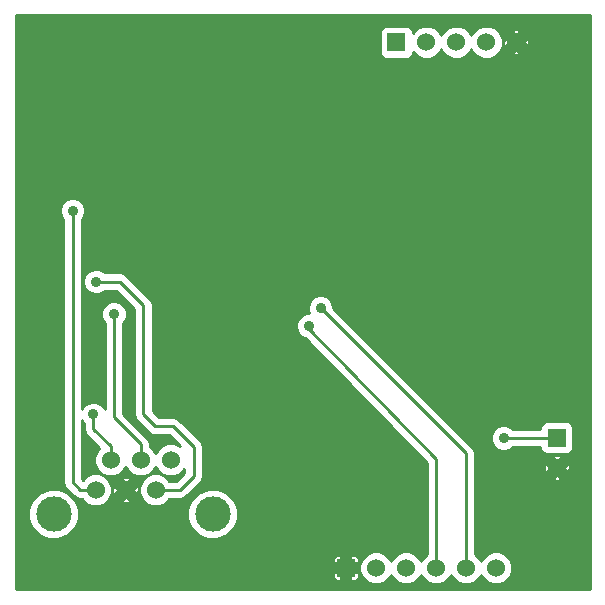
<source format=gbl>
%FSLAX34Y34*%
G04 Gerber Fmt 3.4, Leading zero omitted, Abs format*
G04 (created by PCBNEW (2013-12-18 BZR 4557)-product) date lun 14 abr 2014 17:53:11 CLST*
%MOIN*%
G01*
G70*
G90*
G04 APERTURE LIST*
%ADD10C,0.005906*%
%ADD11C,0.060000*%
%ADD12C,0.118100*%
%ADD13R,0.060000X0.060000*%
%ADD14C,0.035000*%
%ADD15C,0.011024*%
%ADD16C,0.010000*%
G04 APERTURE END LIST*
G54D10*
G54D11*
X51676Y-42661D03*
X50676Y-42661D03*
X52676Y-42661D03*
X50176Y-43661D03*
X51176Y-43661D03*
X52176Y-43661D03*
G54D12*
X54076Y-44461D03*
X48776Y-44461D03*
G54D13*
X65551Y-41921D03*
G54D11*
X65551Y-42921D03*
G54D13*
X58523Y-46259D03*
G54D11*
X59523Y-46259D03*
X60523Y-46259D03*
X61523Y-46259D03*
X62523Y-46259D03*
X63523Y-46259D03*
G54D13*
X60204Y-28740D03*
G54D11*
X61204Y-28740D03*
X62204Y-28740D03*
X63204Y-28740D03*
X64204Y-28740D03*
G54D14*
X50196Y-36712D03*
X50787Y-37795D03*
X57283Y-38188D03*
X57677Y-37598D03*
X49409Y-34350D03*
X50098Y-41141D03*
X63779Y-41929D03*
G54D15*
X52176Y-43661D02*
X52992Y-43661D01*
X50984Y-36712D02*
X50196Y-36712D01*
X51771Y-37500D02*
X50984Y-36712D01*
X51771Y-41141D02*
X51771Y-37500D01*
X52165Y-41535D02*
X51771Y-41141D01*
X52755Y-41535D02*
X52165Y-41535D01*
X53444Y-42224D02*
X52755Y-41535D01*
X53444Y-43208D02*
X53444Y-42224D01*
X52992Y-43661D02*
X53444Y-43208D01*
X51676Y-42661D02*
X51676Y-42129D01*
X50787Y-41240D02*
X50787Y-37795D01*
X51676Y-42129D02*
X50787Y-41240D01*
X61523Y-46259D02*
X61523Y-42625D01*
X57283Y-38287D02*
X57283Y-38188D01*
X61523Y-42625D02*
X57283Y-38287D01*
X62523Y-42444D02*
X62523Y-46259D01*
X57677Y-37598D02*
X62523Y-42444D01*
X50176Y-43661D02*
X49665Y-43661D01*
X49409Y-43405D02*
X49409Y-34350D01*
X49665Y-43661D02*
X49409Y-43405D01*
X50098Y-41633D02*
X50098Y-41141D01*
X50676Y-42211D02*
X50098Y-41633D01*
X50676Y-42211D02*
X50676Y-42661D01*
X65551Y-41921D02*
X63787Y-41921D01*
X63787Y-41921D02*
X63779Y-41929D01*
G54D10*
G36*
X66649Y-46964D02*
X66101Y-46964D01*
X66101Y-42270D01*
X66101Y-42171D01*
X66101Y-41571D01*
X66063Y-41479D01*
X65992Y-41409D01*
X65900Y-41371D01*
X65801Y-41371D01*
X65201Y-41371D01*
X65109Y-41409D01*
X65039Y-41479D01*
X65001Y-41571D01*
X65001Y-41616D01*
X64638Y-41616D01*
X64638Y-28690D01*
X64625Y-28620D01*
X64576Y-28580D01*
X64416Y-28740D01*
X64576Y-28900D01*
X64625Y-28860D01*
X64638Y-28690D01*
X64638Y-41616D01*
X64364Y-41616D01*
X64364Y-29112D01*
X64364Y-28368D01*
X64324Y-28319D01*
X64154Y-28305D01*
X64084Y-28319D01*
X64044Y-28368D01*
X64204Y-28528D01*
X64364Y-28368D01*
X64364Y-29112D01*
X64204Y-28952D01*
X64044Y-29112D01*
X64084Y-29160D01*
X64254Y-29174D01*
X64324Y-29160D01*
X64364Y-29112D01*
X64364Y-41616D01*
X64067Y-41616D01*
X64020Y-41569D01*
X63992Y-41557D01*
X63992Y-28740D01*
X63832Y-28580D01*
X63784Y-28620D01*
X63770Y-28790D01*
X63784Y-28860D01*
X63832Y-28900D01*
X63992Y-28740D01*
X63992Y-41557D01*
X63864Y-41504D01*
X63754Y-41504D01*
X63754Y-28631D01*
X63671Y-28429D01*
X63516Y-28274D01*
X63314Y-28190D01*
X63095Y-28190D01*
X62893Y-28273D01*
X62738Y-28428D01*
X62704Y-28510D01*
X62671Y-28429D01*
X62516Y-28274D01*
X62314Y-28190D01*
X62095Y-28190D01*
X61893Y-28273D01*
X61738Y-28428D01*
X61704Y-28510D01*
X61671Y-28429D01*
X61516Y-28274D01*
X61314Y-28190D01*
X61095Y-28190D01*
X60893Y-28273D01*
X60754Y-28412D01*
X60754Y-28390D01*
X60716Y-28298D01*
X60646Y-28228D01*
X60554Y-28190D01*
X60454Y-28190D01*
X59854Y-28190D01*
X59763Y-28228D01*
X59692Y-28298D01*
X59654Y-28390D01*
X59654Y-28489D01*
X59654Y-29089D01*
X59692Y-29181D01*
X59763Y-29252D01*
X59854Y-29290D01*
X59954Y-29290D01*
X60554Y-29290D01*
X60646Y-29252D01*
X60716Y-29181D01*
X60754Y-29089D01*
X60754Y-29067D01*
X60892Y-29206D01*
X61094Y-29290D01*
X61313Y-29290D01*
X61515Y-29206D01*
X61670Y-29052D01*
X61704Y-28970D01*
X61738Y-29051D01*
X61892Y-29206D01*
X62094Y-29290D01*
X62313Y-29290D01*
X62515Y-29206D01*
X62670Y-29052D01*
X62704Y-28970D01*
X62738Y-29051D01*
X62892Y-29206D01*
X63094Y-29290D01*
X63313Y-29290D01*
X63515Y-29206D01*
X63670Y-29052D01*
X63754Y-28850D01*
X63754Y-28631D01*
X63754Y-41504D01*
X63695Y-41504D01*
X63539Y-41568D01*
X63419Y-41688D01*
X63354Y-41844D01*
X63354Y-42013D01*
X63419Y-42169D01*
X63538Y-42289D01*
X63694Y-42354D01*
X63863Y-42354D01*
X64019Y-42289D01*
X64083Y-42226D01*
X65001Y-42226D01*
X65001Y-42270D01*
X65039Y-42362D01*
X65109Y-42433D01*
X65201Y-42471D01*
X65300Y-42471D01*
X65900Y-42471D01*
X65992Y-42433D01*
X66063Y-42362D01*
X66101Y-42270D01*
X66101Y-46964D01*
X65985Y-46964D01*
X65985Y-42871D01*
X65971Y-42801D01*
X65923Y-42761D01*
X65763Y-42921D01*
X65923Y-43081D01*
X65971Y-43041D01*
X65985Y-42871D01*
X65985Y-46964D01*
X65711Y-46964D01*
X65711Y-43293D01*
X65711Y-42549D01*
X65671Y-42500D01*
X65501Y-42486D01*
X65431Y-42500D01*
X65391Y-42549D01*
X65551Y-42709D01*
X65711Y-42549D01*
X65711Y-43293D01*
X65551Y-43133D01*
X65391Y-43293D01*
X65431Y-43341D01*
X65601Y-43355D01*
X65671Y-43341D01*
X65711Y-43293D01*
X65711Y-46964D01*
X65339Y-46964D01*
X65339Y-42921D01*
X65179Y-42761D01*
X65130Y-42801D01*
X65116Y-42971D01*
X65130Y-43041D01*
X65179Y-43081D01*
X65339Y-42921D01*
X65339Y-46964D01*
X64073Y-46964D01*
X64073Y-46150D01*
X63990Y-45948D01*
X63835Y-45793D01*
X63633Y-45709D01*
X63414Y-45709D01*
X63212Y-45793D01*
X63057Y-45947D01*
X63023Y-46029D01*
X62990Y-45948D01*
X62835Y-45793D01*
X62828Y-45791D01*
X62828Y-42444D01*
X62805Y-42328D01*
X62739Y-42229D01*
X58102Y-37591D01*
X58102Y-37514D01*
X58037Y-37357D01*
X57918Y-37238D01*
X57762Y-37173D01*
X57592Y-37173D01*
X57436Y-37237D01*
X57317Y-37357D01*
X57252Y-37513D01*
X57252Y-37682D01*
X57285Y-37763D01*
X57199Y-37763D01*
X57043Y-37828D01*
X56923Y-37947D01*
X56858Y-38104D01*
X56858Y-38273D01*
X56922Y-38429D01*
X57042Y-38549D01*
X57160Y-38598D01*
X61218Y-42750D01*
X61218Y-45790D01*
X61212Y-45793D01*
X61057Y-45947D01*
X61023Y-46029D01*
X60990Y-45948D01*
X60835Y-45793D01*
X60633Y-45709D01*
X60414Y-45709D01*
X60212Y-45793D01*
X60057Y-45947D01*
X60023Y-46029D01*
X59990Y-45948D01*
X59835Y-45793D01*
X59633Y-45709D01*
X59414Y-45709D01*
X59212Y-45793D01*
X59057Y-45947D01*
X58973Y-46149D01*
X58973Y-46368D01*
X59057Y-46570D01*
X59211Y-46725D01*
X59413Y-46809D01*
X59632Y-46809D01*
X59834Y-46726D01*
X59989Y-46571D01*
X60023Y-46489D01*
X60057Y-46570D01*
X60211Y-46725D01*
X60413Y-46809D01*
X60632Y-46809D01*
X60834Y-46726D01*
X60989Y-46571D01*
X61023Y-46489D01*
X61057Y-46570D01*
X61211Y-46725D01*
X61413Y-46809D01*
X61632Y-46809D01*
X61834Y-46726D01*
X61989Y-46571D01*
X62023Y-46489D01*
X62057Y-46570D01*
X62211Y-46725D01*
X62413Y-46809D01*
X62632Y-46809D01*
X62834Y-46726D01*
X62989Y-46571D01*
X63023Y-46489D01*
X63057Y-46570D01*
X63211Y-46725D01*
X63413Y-46809D01*
X63632Y-46809D01*
X63834Y-46726D01*
X63989Y-46571D01*
X64073Y-46369D01*
X64073Y-46150D01*
X64073Y-46964D01*
X58952Y-46964D01*
X58952Y-46585D01*
X58952Y-46534D01*
X58952Y-46442D01*
X58952Y-46077D01*
X58952Y-45985D01*
X58952Y-45934D01*
X58932Y-45886D01*
X58896Y-45850D01*
X58849Y-45831D01*
X58705Y-45831D01*
X58673Y-45863D01*
X58673Y-46109D01*
X58920Y-46109D01*
X58952Y-46077D01*
X58952Y-46442D01*
X58920Y-46409D01*
X58673Y-46409D01*
X58673Y-46656D01*
X58705Y-46688D01*
X58849Y-46688D01*
X58896Y-46668D01*
X58932Y-46632D01*
X58952Y-46585D01*
X58952Y-46964D01*
X58373Y-46964D01*
X58373Y-46656D01*
X58373Y-46409D01*
X58373Y-46109D01*
X58373Y-45863D01*
X58341Y-45831D01*
X58198Y-45831D01*
X58150Y-45850D01*
X58114Y-45886D01*
X58094Y-45934D01*
X58094Y-45985D01*
X58094Y-46077D01*
X58127Y-46109D01*
X58373Y-46109D01*
X58373Y-46409D01*
X58127Y-46409D01*
X58094Y-46442D01*
X58094Y-46534D01*
X58094Y-46585D01*
X58114Y-46632D01*
X58150Y-46668D01*
X58198Y-46688D01*
X58341Y-46688D01*
X58373Y-46656D01*
X58373Y-46964D01*
X54917Y-46964D01*
X54917Y-44294D01*
X54789Y-43985D01*
X54553Y-43749D01*
X54244Y-43621D01*
X53909Y-43620D01*
X53750Y-43686D01*
X53750Y-43208D01*
X53750Y-43208D01*
X53750Y-42224D01*
X53750Y-42224D01*
X53750Y-42224D01*
X53730Y-42127D01*
X53726Y-42107D01*
X53726Y-42107D01*
X53660Y-42008D01*
X52971Y-41319D01*
X52872Y-41253D01*
X52755Y-41230D01*
X52291Y-41230D01*
X52076Y-41015D01*
X52076Y-37500D01*
X52053Y-37383D01*
X51987Y-37284D01*
X51200Y-36496D01*
X51101Y-36430D01*
X50984Y-36407D01*
X50492Y-36407D01*
X50437Y-36352D01*
X50281Y-36287D01*
X50112Y-36287D01*
X49956Y-36352D01*
X49836Y-36471D01*
X49771Y-36627D01*
X49771Y-36796D01*
X49836Y-36953D01*
X49955Y-37072D01*
X50111Y-37137D01*
X50281Y-37137D01*
X50437Y-37073D01*
X50492Y-37017D01*
X50857Y-37017D01*
X51466Y-37626D01*
X51466Y-41141D01*
X51489Y-41258D01*
X51555Y-41357D01*
X51949Y-41751D01*
X51949Y-41751D01*
X51949Y-41751D01*
X52048Y-41817D01*
X52048Y-41817D01*
X52067Y-41821D01*
X52165Y-41840D01*
X52165Y-41840D01*
X52165Y-41840D01*
X52629Y-41840D01*
X52981Y-42192D01*
X52786Y-42111D01*
X52567Y-42111D01*
X52365Y-42194D01*
X52210Y-42349D01*
X52176Y-42431D01*
X52142Y-42350D01*
X51988Y-42195D01*
X51981Y-42192D01*
X51981Y-42129D01*
X51958Y-42012D01*
X51892Y-41913D01*
X51092Y-41113D01*
X51092Y-38091D01*
X51147Y-38036D01*
X51212Y-37880D01*
X51212Y-37711D01*
X51147Y-37554D01*
X51028Y-37435D01*
X50872Y-37370D01*
X50703Y-37370D01*
X50546Y-37434D01*
X50427Y-37554D01*
X50362Y-37710D01*
X50362Y-37879D01*
X50426Y-38035D01*
X50482Y-38091D01*
X50482Y-40957D01*
X50458Y-40901D01*
X50339Y-40781D01*
X50183Y-40716D01*
X50014Y-40716D01*
X49857Y-40781D01*
X49738Y-40900D01*
X49714Y-40957D01*
X49714Y-34646D01*
X49769Y-34591D01*
X49834Y-34435D01*
X49834Y-34266D01*
X49769Y-34109D01*
X49650Y-33990D01*
X49494Y-33925D01*
X49325Y-33925D01*
X49169Y-33989D01*
X49049Y-34109D01*
X48984Y-34265D01*
X48984Y-34434D01*
X49048Y-34590D01*
X49104Y-34646D01*
X49104Y-43405D01*
X49127Y-43522D01*
X49193Y-43621D01*
X49449Y-43877D01*
X49548Y-43943D01*
X49665Y-43966D01*
X49707Y-43966D01*
X49709Y-43972D01*
X49864Y-44127D01*
X50066Y-44211D01*
X50285Y-44211D01*
X50487Y-44127D01*
X50642Y-43973D01*
X50726Y-43771D01*
X50726Y-43552D01*
X50642Y-43350D01*
X50488Y-43195D01*
X50286Y-43111D01*
X50067Y-43111D01*
X49865Y-43194D01*
X49747Y-43312D01*
X49714Y-43279D01*
X49714Y-41325D01*
X49737Y-41382D01*
X49793Y-41437D01*
X49793Y-41633D01*
X49816Y-41750D01*
X49882Y-41849D01*
X50296Y-42263D01*
X50210Y-42349D01*
X50126Y-42551D01*
X50126Y-42770D01*
X50209Y-42972D01*
X50364Y-43127D01*
X50566Y-43211D01*
X50785Y-43211D01*
X50987Y-43127D01*
X51142Y-42973D01*
X51176Y-42891D01*
X51209Y-42972D01*
X51364Y-43127D01*
X51566Y-43211D01*
X51785Y-43211D01*
X51987Y-43127D01*
X52142Y-42973D01*
X52176Y-42891D01*
X52209Y-42972D01*
X52364Y-43127D01*
X52566Y-43211D01*
X52785Y-43211D01*
X52987Y-43127D01*
X53139Y-42975D01*
X53139Y-43082D01*
X52865Y-43356D01*
X52645Y-43356D01*
X52642Y-43350D01*
X52488Y-43195D01*
X52286Y-43111D01*
X52067Y-43111D01*
X51865Y-43194D01*
X51710Y-43349D01*
X51626Y-43551D01*
X51626Y-43770D01*
X51709Y-43972D01*
X51864Y-44127D01*
X52066Y-44211D01*
X52285Y-44211D01*
X52487Y-44127D01*
X52642Y-43973D01*
X52645Y-43966D01*
X52992Y-43966D01*
X53108Y-43943D01*
X53207Y-43877D01*
X53660Y-43424D01*
X53660Y-43424D01*
X53660Y-43424D01*
X53726Y-43325D01*
X53726Y-43325D01*
X53730Y-43306D01*
X53750Y-43208D01*
X53750Y-43208D01*
X53750Y-43686D01*
X53600Y-43748D01*
X53364Y-43984D01*
X53236Y-44293D01*
X53235Y-44627D01*
X53363Y-44936D01*
X53599Y-45173D01*
X53908Y-45301D01*
X54242Y-45302D01*
X54551Y-45174D01*
X54788Y-44938D01*
X54916Y-44629D01*
X54917Y-44294D01*
X54917Y-46964D01*
X51610Y-46964D01*
X51610Y-43611D01*
X51596Y-43541D01*
X51548Y-43501D01*
X51388Y-43661D01*
X51548Y-43821D01*
X51596Y-43781D01*
X51610Y-43611D01*
X51610Y-46964D01*
X51336Y-46964D01*
X51336Y-44033D01*
X51336Y-43289D01*
X51296Y-43241D01*
X51126Y-43227D01*
X51056Y-43241D01*
X51016Y-43289D01*
X51176Y-43449D01*
X51336Y-43289D01*
X51336Y-44033D01*
X51176Y-43873D01*
X51016Y-44033D01*
X51056Y-44081D01*
X51226Y-44095D01*
X51296Y-44081D01*
X51336Y-44033D01*
X51336Y-46964D01*
X50964Y-46964D01*
X50964Y-43661D01*
X50804Y-43501D01*
X50756Y-43541D01*
X50742Y-43711D01*
X50756Y-43781D01*
X50804Y-43821D01*
X50964Y-43661D01*
X50964Y-46964D01*
X49617Y-46964D01*
X49617Y-44294D01*
X49489Y-43985D01*
X49253Y-43749D01*
X48944Y-43621D01*
X48609Y-43620D01*
X48300Y-43748D01*
X48064Y-43984D01*
X47936Y-44293D01*
X47935Y-44627D01*
X48063Y-44936D01*
X48299Y-45173D01*
X48608Y-45301D01*
X48942Y-45302D01*
X49251Y-45174D01*
X49488Y-44938D01*
X49616Y-44629D01*
X49617Y-44294D01*
X49617Y-46964D01*
X47523Y-46964D01*
X47523Y-27838D01*
X66649Y-27838D01*
X66649Y-46964D01*
X66649Y-46964D01*
G37*
G54D16*
X66649Y-46964D02*
X66101Y-46964D01*
X66101Y-42270D01*
X66101Y-42171D01*
X66101Y-41571D01*
X66063Y-41479D01*
X65992Y-41409D01*
X65900Y-41371D01*
X65801Y-41371D01*
X65201Y-41371D01*
X65109Y-41409D01*
X65039Y-41479D01*
X65001Y-41571D01*
X65001Y-41616D01*
X64638Y-41616D01*
X64638Y-28690D01*
X64625Y-28620D01*
X64576Y-28580D01*
X64416Y-28740D01*
X64576Y-28900D01*
X64625Y-28860D01*
X64638Y-28690D01*
X64638Y-41616D01*
X64364Y-41616D01*
X64364Y-29112D01*
X64364Y-28368D01*
X64324Y-28319D01*
X64154Y-28305D01*
X64084Y-28319D01*
X64044Y-28368D01*
X64204Y-28528D01*
X64364Y-28368D01*
X64364Y-29112D01*
X64204Y-28952D01*
X64044Y-29112D01*
X64084Y-29160D01*
X64254Y-29174D01*
X64324Y-29160D01*
X64364Y-29112D01*
X64364Y-41616D01*
X64067Y-41616D01*
X64020Y-41569D01*
X63992Y-41557D01*
X63992Y-28740D01*
X63832Y-28580D01*
X63784Y-28620D01*
X63770Y-28790D01*
X63784Y-28860D01*
X63832Y-28900D01*
X63992Y-28740D01*
X63992Y-41557D01*
X63864Y-41504D01*
X63754Y-41504D01*
X63754Y-28631D01*
X63671Y-28429D01*
X63516Y-28274D01*
X63314Y-28190D01*
X63095Y-28190D01*
X62893Y-28273D01*
X62738Y-28428D01*
X62704Y-28510D01*
X62671Y-28429D01*
X62516Y-28274D01*
X62314Y-28190D01*
X62095Y-28190D01*
X61893Y-28273D01*
X61738Y-28428D01*
X61704Y-28510D01*
X61671Y-28429D01*
X61516Y-28274D01*
X61314Y-28190D01*
X61095Y-28190D01*
X60893Y-28273D01*
X60754Y-28412D01*
X60754Y-28390D01*
X60716Y-28298D01*
X60646Y-28228D01*
X60554Y-28190D01*
X60454Y-28190D01*
X59854Y-28190D01*
X59763Y-28228D01*
X59692Y-28298D01*
X59654Y-28390D01*
X59654Y-28489D01*
X59654Y-29089D01*
X59692Y-29181D01*
X59763Y-29252D01*
X59854Y-29290D01*
X59954Y-29290D01*
X60554Y-29290D01*
X60646Y-29252D01*
X60716Y-29181D01*
X60754Y-29089D01*
X60754Y-29067D01*
X60892Y-29206D01*
X61094Y-29290D01*
X61313Y-29290D01*
X61515Y-29206D01*
X61670Y-29052D01*
X61704Y-28970D01*
X61738Y-29051D01*
X61892Y-29206D01*
X62094Y-29290D01*
X62313Y-29290D01*
X62515Y-29206D01*
X62670Y-29052D01*
X62704Y-28970D01*
X62738Y-29051D01*
X62892Y-29206D01*
X63094Y-29290D01*
X63313Y-29290D01*
X63515Y-29206D01*
X63670Y-29052D01*
X63754Y-28850D01*
X63754Y-28631D01*
X63754Y-41504D01*
X63695Y-41504D01*
X63539Y-41568D01*
X63419Y-41688D01*
X63354Y-41844D01*
X63354Y-42013D01*
X63419Y-42169D01*
X63538Y-42289D01*
X63694Y-42354D01*
X63863Y-42354D01*
X64019Y-42289D01*
X64083Y-42226D01*
X65001Y-42226D01*
X65001Y-42270D01*
X65039Y-42362D01*
X65109Y-42433D01*
X65201Y-42471D01*
X65300Y-42471D01*
X65900Y-42471D01*
X65992Y-42433D01*
X66063Y-42362D01*
X66101Y-42270D01*
X66101Y-46964D01*
X65985Y-46964D01*
X65985Y-42871D01*
X65971Y-42801D01*
X65923Y-42761D01*
X65763Y-42921D01*
X65923Y-43081D01*
X65971Y-43041D01*
X65985Y-42871D01*
X65985Y-46964D01*
X65711Y-46964D01*
X65711Y-43293D01*
X65711Y-42549D01*
X65671Y-42500D01*
X65501Y-42486D01*
X65431Y-42500D01*
X65391Y-42549D01*
X65551Y-42709D01*
X65711Y-42549D01*
X65711Y-43293D01*
X65551Y-43133D01*
X65391Y-43293D01*
X65431Y-43341D01*
X65601Y-43355D01*
X65671Y-43341D01*
X65711Y-43293D01*
X65711Y-46964D01*
X65339Y-46964D01*
X65339Y-42921D01*
X65179Y-42761D01*
X65130Y-42801D01*
X65116Y-42971D01*
X65130Y-43041D01*
X65179Y-43081D01*
X65339Y-42921D01*
X65339Y-46964D01*
X64073Y-46964D01*
X64073Y-46150D01*
X63990Y-45948D01*
X63835Y-45793D01*
X63633Y-45709D01*
X63414Y-45709D01*
X63212Y-45793D01*
X63057Y-45947D01*
X63023Y-46029D01*
X62990Y-45948D01*
X62835Y-45793D01*
X62828Y-45791D01*
X62828Y-42444D01*
X62805Y-42328D01*
X62739Y-42229D01*
X58102Y-37591D01*
X58102Y-37514D01*
X58037Y-37357D01*
X57918Y-37238D01*
X57762Y-37173D01*
X57592Y-37173D01*
X57436Y-37237D01*
X57317Y-37357D01*
X57252Y-37513D01*
X57252Y-37682D01*
X57285Y-37763D01*
X57199Y-37763D01*
X57043Y-37828D01*
X56923Y-37947D01*
X56858Y-38104D01*
X56858Y-38273D01*
X56922Y-38429D01*
X57042Y-38549D01*
X57160Y-38598D01*
X61218Y-42750D01*
X61218Y-45790D01*
X61212Y-45793D01*
X61057Y-45947D01*
X61023Y-46029D01*
X60990Y-45948D01*
X60835Y-45793D01*
X60633Y-45709D01*
X60414Y-45709D01*
X60212Y-45793D01*
X60057Y-45947D01*
X60023Y-46029D01*
X59990Y-45948D01*
X59835Y-45793D01*
X59633Y-45709D01*
X59414Y-45709D01*
X59212Y-45793D01*
X59057Y-45947D01*
X58973Y-46149D01*
X58973Y-46368D01*
X59057Y-46570D01*
X59211Y-46725D01*
X59413Y-46809D01*
X59632Y-46809D01*
X59834Y-46726D01*
X59989Y-46571D01*
X60023Y-46489D01*
X60057Y-46570D01*
X60211Y-46725D01*
X60413Y-46809D01*
X60632Y-46809D01*
X60834Y-46726D01*
X60989Y-46571D01*
X61023Y-46489D01*
X61057Y-46570D01*
X61211Y-46725D01*
X61413Y-46809D01*
X61632Y-46809D01*
X61834Y-46726D01*
X61989Y-46571D01*
X62023Y-46489D01*
X62057Y-46570D01*
X62211Y-46725D01*
X62413Y-46809D01*
X62632Y-46809D01*
X62834Y-46726D01*
X62989Y-46571D01*
X63023Y-46489D01*
X63057Y-46570D01*
X63211Y-46725D01*
X63413Y-46809D01*
X63632Y-46809D01*
X63834Y-46726D01*
X63989Y-46571D01*
X64073Y-46369D01*
X64073Y-46150D01*
X64073Y-46964D01*
X58952Y-46964D01*
X58952Y-46585D01*
X58952Y-46534D01*
X58952Y-46442D01*
X58952Y-46077D01*
X58952Y-45985D01*
X58952Y-45934D01*
X58932Y-45886D01*
X58896Y-45850D01*
X58849Y-45831D01*
X58705Y-45831D01*
X58673Y-45863D01*
X58673Y-46109D01*
X58920Y-46109D01*
X58952Y-46077D01*
X58952Y-46442D01*
X58920Y-46409D01*
X58673Y-46409D01*
X58673Y-46656D01*
X58705Y-46688D01*
X58849Y-46688D01*
X58896Y-46668D01*
X58932Y-46632D01*
X58952Y-46585D01*
X58952Y-46964D01*
X58373Y-46964D01*
X58373Y-46656D01*
X58373Y-46409D01*
X58373Y-46109D01*
X58373Y-45863D01*
X58341Y-45831D01*
X58198Y-45831D01*
X58150Y-45850D01*
X58114Y-45886D01*
X58094Y-45934D01*
X58094Y-45985D01*
X58094Y-46077D01*
X58127Y-46109D01*
X58373Y-46109D01*
X58373Y-46409D01*
X58127Y-46409D01*
X58094Y-46442D01*
X58094Y-46534D01*
X58094Y-46585D01*
X58114Y-46632D01*
X58150Y-46668D01*
X58198Y-46688D01*
X58341Y-46688D01*
X58373Y-46656D01*
X58373Y-46964D01*
X54917Y-46964D01*
X54917Y-44294D01*
X54789Y-43985D01*
X54553Y-43749D01*
X54244Y-43621D01*
X53909Y-43620D01*
X53750Y-43686D01*
X53750Y-43208D01*
X53750Y-43208D01*
X53750Y-42224D01*
X53750Y-42224D01*
X53750Y-42224D01*
X53730Y-42127D01*
X53726Y-42107D01*
X53726Y-42107D01*
X53660Y-42008D01*
X52971Y-41319D01*
X52872Y-41253D01*
X52755Y-41230D01*
X52291Y-41230D01*
X52076Y-41015D01*
X52076Y-37500D01*
X52053Y-37383D01*
X51987Y-37284D01*
X51200Y-36496D01*
X51101Y-36430D01*
X50984Y-36407D01*
X50492Y-36407D01*
X50437Y-36352D01*
X50281Y-36287D01*
X50112Y-36287D01*
X49956Y-36352D01*
X49836Y-36471D01*
X49771Y-36627D01*
X49771Y-36796D01*
X49836Y-36953D01*
X49955Y-37072D01*
X50111Y-37137D01*
X50281Y-37137D01*
X50437Y-37073D01*
X50492Y-37017D01*
X50857Y-37017D01*
X51466Y-37626D01*
X51466Y-41141D01*
X51489Y-41258D01*
X51555Y-41357D01*
X51949Y-41751D01*
X51949Y-41751D01*
X51949Y-41751D01*
X52048Y-41817D01*
X52048Y-41817D01*
X52067Y-41821D01*
X52165Y-41840D01*
X52165Y-41840D01*
X52165Y-41840D01*
X52629Y-41840D01*
X52981Y-42192D01*
X52786Y-42111D01*
X52567Y-42111D01*
X52365Y-42194D01*
X52210Y-42349D01*
X52176Y-42431D01*
X52142Y-42350D01*
X51988Y-42195D01*
X51981Y-42192D01*
X51981Y-42129D01*
X51958Y-42012D01*
X51892Y-41913D01*
X51092Y-41113D01*
X51092Y-38091D01*
X51147Y-38036D01*
X51212Y-37880D01*
X51212Y-37711D01*
X51147Y-37554D01*
X51028Y-37435D01*
X50872Y-37370D01*
X50703Y-37370D01*
X50546Y-37434D01*
X50427Y-37554D01*
X50362Y-37710D01*
X50362Y-37879D01*
X50426Y-38035D01*
X50482Y-38091D01*
X50482Y-40957D01*
X50458Y-40901D01*
X50339Y-40781D01*
X50183Y-40716D01*
X50014Y-40716D01*
X49857Y-40781D01*
X49738Y-40900D01*
X49714Y-40957D01*
X49714Y-34646D01*
X49769Y-34591D01*
X49834Y-34435D01*
X49834Y-34266D01*
X49769Y-34109D01*
X49650Y-33990D01*
X49494Y-33925D01*
X49325Y-33925D01*
X49169Y-33989D01*
X49049Y-34109D01*
X48984Y-34265D01*
X48984Y-34434D01*
X49048Y-34590D01*
X49104Y-34646D01*
X49104Y-43405D01*
X49127Y-43522D01*
X49193Y-43621D01*
X49449Y-43877D01*
X49548Y-43943D01*
X49665Y-43966D01*
X49707Y-43966D01*
X49709Y-43972D01*
X49864Y-44127D01*
X50066Y-44211D01*
X50285Y-44211D01*
X50487Y-44127D01*
X50642Y-43973D01*
X50726Y-43771D01*
X50726Y-43552D01*
X50642Y-43350D01*
X50488Y-43195D01*
X50286Y-43111D01*
X50067Y-43111D01*
X49865Y-43194D01*
X49747Y-43312D01*
X49714Y-43279D01*
X49714Y-41325D01*
X49737Y-41382D01*
X49793Y-41437D01*
X49793Y-41633D01*
X49816Y-41750D01*
X49882Y-41849D01*
X50296Y-42263D01*
X50210Y-42349D01*
X50126Y-42551D01*
X50126Y-42770D01*
X50209Y-42972D01*
X50364Y-43127D01*
X50566Y-43211D01*
X50785Y-43211D01*
X50987Y-43127D01*
X51142Y-42973D01*
X51176Y-42891D01*
X51209Y-42972D01*
X51364Y-43127D01*
X51566Y-43211D01*
X51785Y-43211D01*
X51987Y-43127D01*
X52142Y-42973D01*
X52176Y-42891D01*
X52209Y-42972D01*
X52364Y-43127D01*
X52566Y-43211D01*
X52785Y-43211D01*
X52987Y-43127D01*
X53139Y-42975D01*
X53139Y-43082D01*
X52865Y-43356D01*
X52645Y-43356D01*
X52642Y-43350D01*
X52488Y-43195D01*
X52286Y-43111D01*
X52067Y-43111D01*
X51865Y-43194D01*
X51710Y-43349D01*
X51626Y-43551D01*
X51626Y-43770D01*
X51709Y-43972D01*
X51864Y-44127D01*
X52066Y-44211D01*
X52285Y-44211D01*
X52487Y-44127D01*
X52642Y-43973D01*
X52645Y-43966D01*
X52992Y-43966D01*
X53108Y-43943D01*
X53207Y-43877D01*
X53660Y-43424D01*
X53660Y-43424D01*
X53660Y-43424D01*
X53726Y-43325D01*
X53726Y-43325D01*
X53730Y-43306D01*
X53750Y-43208D01*
X53750Y-43208D01*
X53750Y-43686D01*
X53600Y-43748D01*
X53364Y-43984D01*
X53236Y-44293D01*
X53235Y-44627D01*
X53363Y-44936D01*
X53599Y-45173D01*
X53908Y-45301D01*
X54242Y-45302D01*
X54551Y-45174D01*
X54788Y-44938D01*
X54916Y-44629D01*
X54917Y-44294D01*
X54917Y-46964D01*
X51610Y-46964D01*
X51610Y-43611D01*
X51596Y-43541D01*
X51548Y-43501D01*
X51388Y-43661D01*
X51548Y-43821D01*
X51596Y-43781D01*
X51610Y-43611D01*
X51610Y-46964D01*
X51336Y-46964D01*
X51336Y-44033D01*
X51336Y-43289D01*
X51296Y-43241D01*
X51126Y-43227D01*
X51056Y-43241D01*
X51016Y-43289D01*
X51176Y-43449D01*
X51336Y-43289D01*
X51336Y-44033D01*
X51176Y-43873D01*
X51016Y-44033D01*
X51056Y-44081D01*
X51226Y-44095D01*
X51296Y-44081D01*
X51336Y-44033D01*
X51336Y-46964D01*
X50964Y-46964D01*
X50964Y-43661D01*
X50804Y-43501D01*
X50756Y-43541D01*
X50742Y-43711D01*
X50756Y-43781D01*
X50804Y-43821D01*
X50964Y-43661D01*
X50964Y-46964D01*
X49617Y-46964D01*
X49617Y-44294D01*
X49489Y-43985D01*
X49253Y-43749D01*
X48944Y-43621D01*
X48609Y-43620D01*
X48300Y-43748D01*
X48064Y-43984D01*
X47936Y-44293D01*
X47935Y-44627D01*
X48063Y-44936D01*
X48299Y-45173D01*
X48608Y-45301D01*
X48942Y-45302D01*
X49251Y-45174D01*
X49488Y-44938D01*
X49616Y-44629D01*
X49617Y-44294D01*
X49617Y-46964D01*
X47523Y-46964D01*
X47523Y-27838D01*
X66649Y-27838D01*
X66649Y-46964D01*
M02*

</source>
